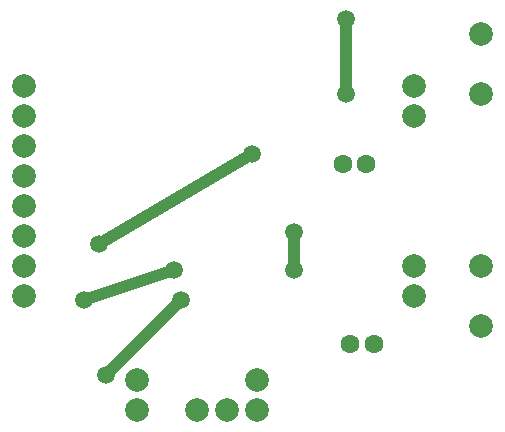
<source format=gtl>
%FSLAX34Y34*%
%MOMM*%
%LNCOPPER_TOP*%
G71*
G01*
%ADD10C, 1.50*%
%ADD11C, 2.00*%
%ADD12C, 1.00*%
%ADD13C, 1.60*%
%LPD*%
X254000Y-85600D02*
G54D10*
D03*
X254000Y-53850D02*
G54D10*
D03*
X298450Y63500D02*
G54D10*
D03*
X298450Y127000D02*
G54D10*
D03*
X355600Y69850D02*
G54D11*
D03*
X355600Y44450D02*
G54D11*
D03*
X25400Y69850D02*
G54D11*
D03*
X25400Y44450D02*
G54D11*
D03*
X25400Y19050D02*
G54D11*
D03*
X25400Y-6350D02*
G54D11*
D03*
X25400Y-31750D02*
G54D11*
D03*
X25400Y-57150D02*
G54D11*
D03*
X355600Y-82550D02*
G54D11*
D03*
X355600Y-107950D02*
G54D11*
D03*
X412750Y-133350D02*
G54D11*
D03*
X412750Y114300D02*
G54D11*
D03*
X412750Y63500D02*
G54D11*
D03*
X412750Y-82550D02*
G54D11*
D03*
X222683Y-178684D02*
G54D11*
D03*
X222683Y-204084D02*
G54D11*
D03*
X197283Y-204084D02*
G54D11*
D03*
X171880Y-204080D02*
G54D11*
D03*
X121083Y-204084D02*
G54D11*
D03*
X121083Y-178684D02*
G54D11*
D03*
X25400Y-82550D02*
G54D11*
D03*
X25400Y-107950D02*
G54D11*
D03*
X95250Y-174500D02*
G54D10*
D03*
X158750Y-111000D02*
G54D10*
D03*
X152400Y-85600D02*
G54D10*
D03*
X76200Y-111000D02*
G54D10*
D03*
G54D12*
X76200Y-111000D02*
X152400Y-85600D01*
G54D12*
X95250Y-174500D02*
X158750Y-111000D01*
G54D12*
X298450Y127000D02*
X298450Y63500D01*
G54D12*
X254000Y-85600D02*
X254000Y-53850D01*
X88900Y-63500D02*
G54D10*
D03*
X218892Y12714D02*
G54D10*
D03*
G54D12*
X88900Y-63500D02*
X218892Y12714D01*
X295493Y3934D02*
G54D13*
D03*
X315493Y3934D02*
G54D13*
D03*
X301843Y-148466D02*
G54D13*
D03*
X321843Y-148466D02*
G54D13*
D03*
M02*

</source>
